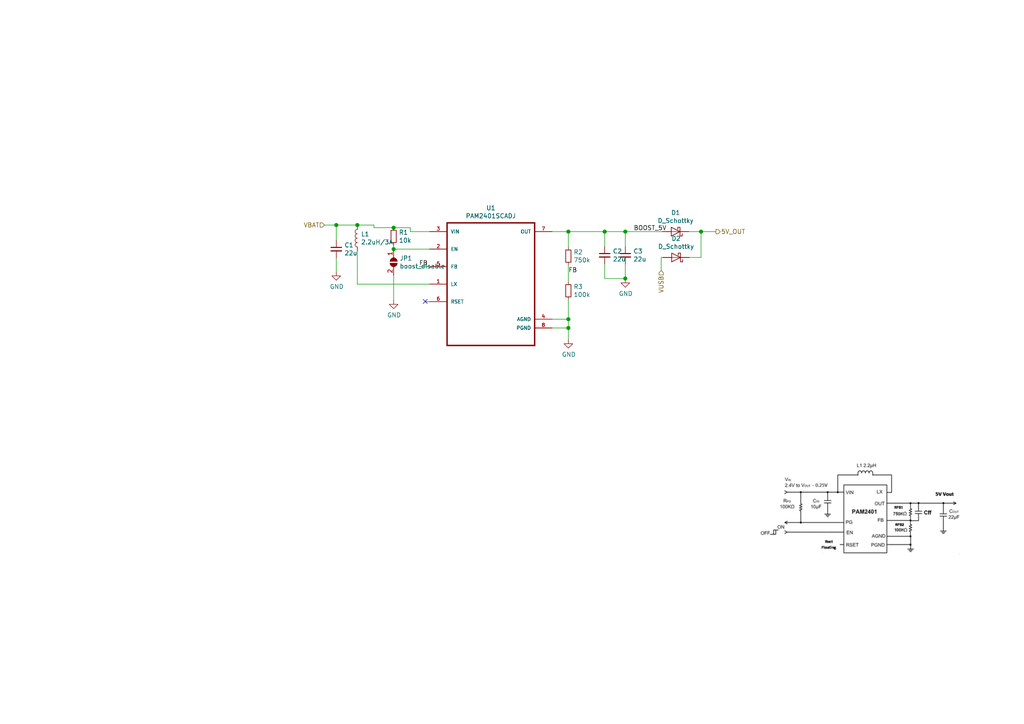
<source format=kicad_sch>
(kicad_sch (version 20210621) (generator eeschema)
  (paper "A4")
  (lib_symbols
    (symbol "Device:C_Small" (pin_numbers hide) (pin_names (offset 0.254) hide)
      (property "Reference" "C" (at 0.254 1.778 0))
      (property "Value" "C_Small" (at 0.254 -2.032 0))
      (symbol "C_Small_0_1"
        (polyline (pts (xy -1.524 -0.508) (xy 1.524 -0.508)) (stroke (width 0.3302)))
        (polyline (pts (xy -1.524 0.508) (xy 1.524 0.508)) (stroke (width 0.3048)))
      )
      (symbol "C_Small_1_1"
        (pin passive line (at 0 2.54 270) (length 2.032) (name "~") (number "1"))
        (pin passive line (at 0 -2.54 90) (length 2.032) (name "~") (number "2"))
      )
    )
    (symbol "Device:D_Schottky" (pin_numbers hide) (pin_names (offset 1.016) hide)
      (property "Reference" "D" (at 0 2.54 0))
      (property "Value" "D_Schottky" (at 0 -2.54 0))
      (symbol "D_Schottky_0_1"
        (polyline (pts (xy 1.27 0) (xy -1.27 0)))
        (polyline (pts (xy 1.27 1.27) (xy 1.27 -1.27) (xy -1.27 0) (xy 1.27 1.27)) (stroke (width 0.2032)))
        (polyline (pts (xy -1.905 0.635) (xy -1.905 1.27) (xy -1.27 1.27) (xy -1.27 -1.27) (xy -0.635 -1.27) (xy -0.635 -0.635)) (stroke (width 0.2032)))
      )
      (symbol "D_Schottky_1_1"
        (pin passive line (at -3.81 0 0) (length 2.54) (name "K") (number "1"))
        (pin passive line (at 3.81 0 180) (length 2.54) (name "A") (number "2"))
      )
    )
    (symbol "Device:L" (pin_numbers hide) (pin_names (offset 1.016) hide)
      (property "Reference" "L" (at -1.27 0 90))
      (property "Value" "L" (at 1.905 0 90))
      (symbol "L_0_1"
        (arc (start 0 -2.54) (mid 0.635 -1.905) (end 0 -1.27))
        (arc (start 0 -1.27) (mid 0.635 -0.635) (end 0 0))
        (arc (start 0 0) (mid 0.635 0.635) (end 0 1.27))
        (arc (start 0 1.27) (mid 0.635 1.905) (end 0 2.54))
      )
      (symbol "L_1_1"
        (pin passive line (at 0 3.81 270) (length 1.27) (name "1") (number "1"))
        (pin passive line (at 0 -3.81 90) (length 1.27) (name "2") (number "2"))
      )
    )
    (symbol "Device:R_Small" (pin_numbers hide) (pin_names (offset 0.254) hide)
      (property "Reference" "R" (at 0.762 0.508 0))
      (property "Value" "R_Small" (at 0.762 -1.016 0))
      (symbol "R_Small_0_1"
        (rectangle (start -0.762 1.778) (end 0.762 -1.778) (stroke (width 0.2032)))
      )
      (symbol "R_Small_1_1"
        (pin passive line (at 0 2.54 270) (length 0.762) (name "~") (number "1"))
        (pin passive line (at 0 -2.54 90) (length 0.762) (name "~") (number "2"))
      )
    )
    (symbol "Jumper:SolderJumper_2_Open" (pin_names (offset 0) hide)
      (property "Reference" "JP" (at 0 2.032 0))
      (property "Value" "SolderJumper_2_Open" (at 0 -2.54 0))
      (symbol "SolderJumper_2_Open_0_1"
        (arc (start -0.254 1.016) (mid -1.27 0) (end -0.254 -1.016))
        (arc (start -0.254 1.016) (mid -1.27 0) (end -0.254 -1.016) (fill (type outline)))
        (polyline (pts (xy -0.254 1.016) (xy -0.254 -1.016)))
        (polyline (pts (xy 0.254 1.016) (xy 0.254 -1.016)))
        (arc (start 0.254 -1.016) (mid 1.27 0) (end 0.254 1.016))
        (arc (start 0.254 -1.016) (mid 1.27 0) (end 0.254 1.016) (fill (type outline)))
      )
      (symbol "SolderJumper_2_Open_1_1"
        (pin passive line (at -3.81 0 0) (length 2.54) (name "A") (number "1"))
        (pin passive line (at 3.81 0 180) (length 2.54) (name "B") (number "2"))
      )
    )
    (symbol "PAM2401SCADJ:PAM2401SCADJ" (pin_names (offset 1.016))
      (property "Reference" "U" (at -12.7 18.7706 0))
      (property "Value" "PAM2401SCADJ" (at -12.7 -21.7678 0))
      (symbol "PAM2401SCADJ_0_0"
        (polyline (pts (xy -12.7 -17.78) (xy -12.7 17.78)) (stroke (width 0.4064)))
        (polyline (pts (xy -12.7 17.78) (xy 12.7 17.78)) (stroke (width 0.4064)))
        (polyline (pts (xy 12.7 -17.78) (xy -12.7 -17.78)) (stroke (width 0.4064)))
        (polyline (pts (xy 12.7 17.78) (xy 12.7 -17.78)) (stroke (width 0.4064)))
        (pin bidirectional line (at -17.78 0 0) (length 5.08) (name "LX") (number "1"))
        (pin bidirectional line (at -17.78 10.16 0) (length 5.08) (name "EN") (number "2"))
        (pin input line (at -17.78 15.24 0) (length 5.08) (name "VIN") (number "3"))
        (pin power_in line (at 17.78 -10.16 180) (length 5.08) (name "AGND") (number "4"))
        (pin bidirectional line (at -17.78 5.08 0) (length 5.08) (name "FB") (number "5"))
        (pin bidirectional line (at -17.78 -5.08 0) (length 5.08) (name "RSET") (number "6"))
        (pin output line (at 17.78 15.24 180) (length 5.08) (name "OUT") (number "7"))
        (pin power_in line (at 17.78 -12.7 180) (length 5.08) (name "PGND") (number "8"))
      )
    )
    (symbol "power:GND" (power) (pin_names (offset 0))
      (property "Value" "GND" (at 0 -3.81 0))
      (symbol "GND_0_1"
        (polyline (pts (xy 0 0) (xy 0 -1.27) (xy 1.27 -1.27) (xy 0 -2.54) (xy -1.27 -1.27) (xy 0 -1.27)))
      )
      (symbol "GND_1_1"
        (pin power_in line (at 0 0 270) (length 0) hide (name "GND") (number "1"))
      )
    )
  )
  (junction (at 103.632 65.278) (diameter 1.016))
  (junction (at 114.173 72.263) (diameter 1.016))
  (junction (at 164.846 92.583) (diameter 1.016))
  (junction (at 175.387 67.183) (diameter 1.016))
  (junction (at 164.846 95.123) (diameter 1.016))
  (junction (at 203.327 67.183) (diameter 1.016))
  (junction (at 181.356 80.772) (diameter 1.016))
  (junction (at 181.356 67.183) (diameter 1.016))
  (junction (at 164.846 67.183) (diameter 1.016))
  (junction (at 114.173 66.04) (diameter 1.016))
  (junction (at 97.536 65.278) (diameter 1.016))
  (no_connect (at 123.3424 87.4268))
  (wire (pts (xy 160.147 95.123) (xy 164.846 95.123)))
  (wire (pts (xy 199.771 67.183) (xy 203.327 67.183)))
  (wire (pts (xy 124.587 87.503) (xy 123.3424 87.503)))
  (wire (pts (xy 124.587 67.183) (xy 118.999 67.183)))
  (wire (pts (xy 175.387 67.183) (xy 175.387 71.501)))
  (wire (pts (xy 114.173 72.263) (xy 124.587 72.263)))
  (wire (pts (xy 124.587 82.423) (xy 103.632 82.423)))
  (wire (pts (xy 181.356 80.772) (xy 181.356 76.581)))
  (wire (pts (xy 175.387 76.581) (xy 175.387 80.772)))
  (wire (pts (xy 103.632 82.423) (xy 103.632 72.898)))
  (wire (pts (xy 203.327 74.676) (xy 203.327 67.183)))
  (wire (pts (xy 181.356 67.183) (xy 181.356 71.501)))
  (wire (pts (xy 97.536 69.723) (xy 97.536 65.278)))
  (wire (pts (xy 164.846 95.123) (xy 164.846 98.425)))
  (wire (pts (xy 160.147 67.183) (xy 164.846 67.183)))
  (wire (pts (xy 114.173 66.04) (xy 108.458 66.04)))
  (wire (pts (xy 108.458 66.04) (xy 108.458 65.278)))
  (wire (pts (xy 124.587 77.343) (xy 121.539 77.343)))
  (wire (pts (xy 118.999 66.04) (xy 114.173 66.04)))
  (wire (pts (xy 103.632 65.278) (xy 108.458 65.278)))
  (wire (pts (xy 160.147 92.583) (xy 164.846 92.583)))
  (wire (pts (xy 175.387 80.772) (xy 181.356 80.772)))
  (wire (pts (xy 123.3424 87.4268) (xy 123.3424 87.503)))
  (wire (pts (xy 114.173 79.883) (xy 114.173 86.995)))
  (wire (pts (xy 164.846 86.868) (xy 164.846 92.583)))
  (wire (pts (xy 175.387 67.183) (xy 181.356 67.183)))
  (wire (pts (xy 164.846 67.183) (xy 175.387 67.183)))
  (wire (pts (xy 199.898 74.676) (xy 203.327 74.676)))
  (wire (pts (xy 203.327 67.183) (xy 207.645 67.183)))
  (wire (pts (xy 191.77 74.676) (xy 192.278 74.676)))
  (wire (pts (xy 181.356 67.183) (xy 192.151 67.183)))
  (wire (pts (xy 164.846 81.788) (xy 164.846 76.835)))
  (wire (pts (xy 97.536 65.278) (xy 94.107 65.278)))
  (wire (pts (xy 118.999 67.183) (xy 118.999 66.04)))
  (wire (pts (xy 114.173 71.12) (xy 114.173 72.263)))
  (wire (pts (xy 191.77 78.486) (xy 191.77 74.676)))
  (wire (pts (xy 164.846 67.183) (xy 164.846 71.755)))
  (wire (pts (xy 97.536 65.278) (xy 103.632 65.278)))
  (wire (pts (xy 164.846 92.583) (xy 164.846 95.123)))
  (wire (pts (xy 97.536 78.74) (xy 97.536 74.803)))
  (image (at 250.063 147.701))
  (label "BOOST_5V" (at 183.769 67.183 0))
  (label "FB" (at 164.846 79.375 0))
  (label "FB" (at 121.539 77.343 0))
  (hierarchical_label "5V_OUT" (shape output) (at 207.645 67.183 0))
  (hierarchical_label "VUSB" (shape input) (at 191.77 78.486 270))
  (hierarchical_label "VBAT" (shape input) (at 94.107 65.278 180))
  (symbol (lib_id "PAM2401SCADJ:PAM2401SCADJ") (at 142.367 82.423 0) (unit 1)
    (property "Reference" "U1" (at 142.367 60.325 0))
    (property "Value" "PAM2401SCADJ" (at 142.367 62.6364 0))
    (property "Footprint" "Package_SO:MSOP-8_3x3mm_P0.65mm" (effects hide))
    (property "Datasheet" "Diodes Inc." (effects hide))
    (property "Field4" "Unavailable" (effects hide))
    (property "Field5" "None" (effects hide))
    (property "Field6" "PAM2401SCADJ" (effects hide))
    (property "Field7" "MSOP-8 Diodes Inc." (effects hide))
    (property "Field8" "Conv DC-DC Single Step Up 0.9V to 4.75V 8-Pin MSOP T/R" (effects hide))
    (property "manf#" "PAM2401SCADJ" (effects hide))
  )
  (symbol (lib_id "Device:L") (at 103.632 69.088 180) (unit 1)
    (property "Reference" "L1" (at 104.6734 67.9196 0) (effects (justify right)))
    (property "Value" "2.2uH/3A" (at 104.6734 70.231 0) (effects (justify right)))
    (property "Footprint" "Inductor_SMD:L_Bourns-SRR1005" (effects hide))
    (property "Datasheet" "https://www.bourns.com/docs/Product-Datasheets/SRR1005.pdf" (effects hide))
    (property "manf#" "SRR1005-2R2M" (effects hide))
  )
  (symbol (lib_id "Device:C_Small") (at 97.536 72.263 0) (unit 1)
    (property "Reference" "C1" (at 99.8728 71.0946 0) (effects (justify left)))
    (property "Value" "22u" (at 99.8728 73.406 0) (effects (justify left)))
    (property "Footprint" "Capacitor_SMD:C_0805_2012Metric" (effects hide))
    (property "manf#" "C2012JB1V226M125AC" (effects hide))
  )
  (symbol (lib_id "Device:R_Small") (at 164.846 84.328 0) (unit 1)
    (property "Reference" "R3" (at 166.3446 83.1596 0) (effects (justify left)))
    (property "Value" "100k" (at 166.3446 85.471 0) (effects (justify left)))
    (property "Footprint" "Resistor_SMD:R_0603_1608Metric" (effects hide))
    (property "manf#" "RC0603FR-07100KL" (effects hide))
  )
  (symbol (lib_id "Device:R_Small") (at 164.846 74.295 0) (unit 1)
    (property "Reference" "R2" (at 166.3446 73.1266 0) (effects (justify left)))
    (property "Value" "750k" (at 166.3446 75.438 0) (effects (justify left)))
    (property "Footprint" "Resistor_SMD:R_0603_1608Metric" (effects hide))
    (property "manf#" "RC0603FR-07750KL" (effects hide))
  )
  (symbol (lib_id "Device:C_Small") (at 181.356 74.041 0) (unit 1)
    (property "Reference" "C3" (at 183.6928 72.8726 0) (effects (justify left)))
    (property "Value" "22u" (at 183.6928 75.184 0) (effects (justify left)))
    (property "Footprint" "Capacitor_SMD:C_0805_2012Metric" (effects hide))
    (property "manf#" "C2012JB1V226M125AC" (effects hide))
  )
  (symbol (lib_id "Device:C_Small") (at 175.387 74.041 0) (unit 1)
    (property "Reference" "C2" (at 177.7238 72.8726 0) (effects (justify left)))
    (property "Value" "22u" (at 177.7238 75.184 0) (effects (justify left)))
    (property "Footprint" "Capacitor_SMD:C_0805_2012Metric" (effects hide))
    (property "manf#" "C2012JB1V226M125AC" (effects hide))
  )
  (symbol (lib_id "Device:R_Small") (at 114.173 68.58 0) (unit 1)
    (property "Reference" "R1" (at 115.6716 67.4116 0) (effects (justify left)))
    (property "Value" "10k" (at 115.6716 69.723 0) (effects (justify left)))
    (property "Footprint" "Resistor_SMD:R_0603_1608Metric" (effects hide))
    (property "manf#" "RT0603FRD0710KL" (effects hide))
  )
  (symbol (lib_id "power:GND") (at 164.846 98.425 0) (unit 1)
    (property "Reference" "#PWR010" (effects hide))
    (property "Value" "GND" (at 164.973 102.8192 0))
  )
  (symbol (lib_id "power:GND") (at 181.356 80.772 0) (unit 1)
    (property "Reference" "#PWR011" (effects hide))
    (property "Value" "GND" (at 181.483 85.1662 0))
  )
  (symbol (lib_id "power:GND") (at 97.536 78.74 0) (unit 1)
    (property "Reference" "#PWR012" (effects hide))
    (property "Value" "GND" (at 97.663 83.1342 0))
  )
  (symbol (lib_id "Device:D_Schottky") (at 195.961 67.183 180) (unit 1)
    (property "Reference" "D1" (at 195.961 61.6966 0))
    (property "Value" "D_Schottky" (at 195.961 64.008 0))
    (property "Footprint" "Diode_SMD:D_SMB" (effects hide))
    (property "manf#" "B330B-13-F" (effects hide))
  )
  (symbol (lib_id "Jumper:SolderJumper_2_Open") (at 114.173 76.073 270) (unit 1)
    (property "Reference" "JP1" (at 115.9002 74.9046 90) (effects (justify left)))
    (property "Value" "boost_disable" (at 115.9002 77.216 90) (effects (justify left)))
    (property "Footprint" "Jumper:SolderJumper-2_P1.3mm_Open_TrianglePad1.0x1.5mm" (effects hide))
    (property "DNP" " " (effects hide))
  )
  (symbol (lib_id "power:GND") (at 114.173 86.995 0) (unit 1)
    (property "Reference" "#PWR013" (effects hide))
    (property "Value" "GND" (at 114.3 91.3892 0))
  )
  (symbol (lib_id "Device:D_Schottky") (at 196.088 74.676 180) (unit 1)
    (property "Reference" "D2" (at 196.088 69.1896 0))
    (property "Value" "D_Schottky" (at 196.088 71.501 0))
    (property "Footprint" "Diode_SMD:D_SMB" (effects hide))
    (property "manf#" "B330B-13-F" (effects hide))
  )
)
</source>
